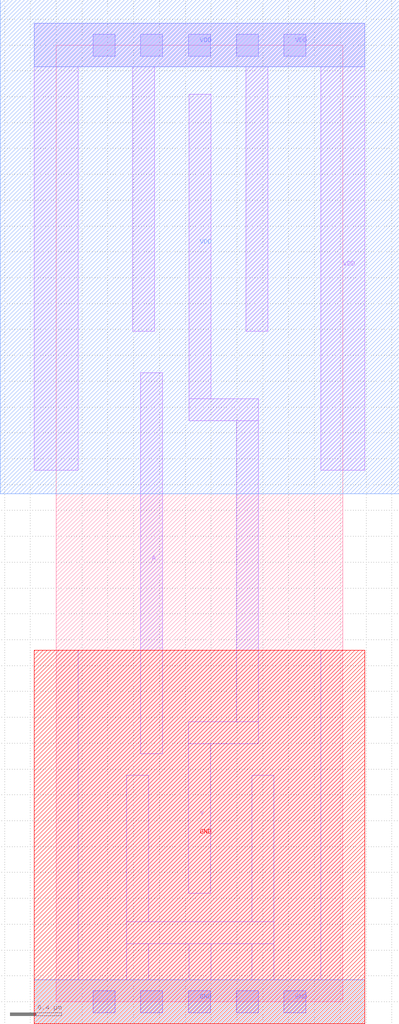
<source format=lef>
VERSION 5.7 ;
  NOWIREEXTENSIONATPIN ON ;
  DIVIDERCHAR "/" ;
  BUSBITCHARS "[]" ;
MACRO INVX1
  CLASS CORE ;
  FOREIGN INVX1 ;
  ORIGIN 0.000 0.000 ;
  SIZE 2.220 BY 7.400 ;
  SYMMETRY X Y R90 ;
  SITE unitrh ;
  PIN Y
    DIRECTION OUTPUT ;
    USE SIGNAL ;
    ANTENNADIFFAREA 0.771900 ;
    PORT
      LAYER li1 ;
        RECT 1.030 4.665 1.200 7.020 ;
        RECT 1.030 4.495 1.565 4.665 ;
        RECT 1.395 2.165 1.565 4.495 ;
        RECT 1.025 1.995 1.565 2.165 ;
        RECT 1.025 0.840 1.195 1.995 ;
    END
  END Y
  PIN A
    DIRECTION INPUT ;
    USE SIGNAL ;
    ANTENNAGATEAREA 1.027250 ;
    PORT
      LAYER li1 ;
        RECT 0.655 1.920 0.825 4.865 ;
    END
  END A
  PIN VDD
    DIRECTION INOUT ;
    USE POWER ;
    SHAPE ABUTMENT ;
    PORT
      LAYER nwell ;
        RECT -0.435 3.930 2.655 7.750 ;
      LAYER li1 ;
        RECT -0.170 7.230 2.390 7.570 ;
        RECT -0.170 4.110 0.170 7.230 ;
        RECT 0.590 5.185 0.760 7.230 ;
        RECT 1.470 5.185 1.640 7.230 ;
        RECT 2.050 4.110 2.390 7.230 ;
      LAYER mcon ;
        RECT 0.285 7.315 0.455 7.485 ;
        RECT 0.655 7.315 0.825 7.485 ;
        RECT 1.025 7.315 1.195 7.485 ;
        RECT 1.395 7.315 1.565 7.485 ;
        RECT 1.765 7.315 1.935 7.485 ;
      LAYER met1 ;
        RECT -0.170 7.230 2.390 7.570 ;
    END
  END VDD
  PIN GND
    DIRECTION INOUT ;
    USE GROUND ;
    SHAPE ABUTMENT ;
    PORT
      LAYER pwell ;
        RECT -0.170 -0.170 2.390 2.720 ;
      LAYER li1 ;
        RECT -0.170 0.170 0.170 2.720 ;
        RECT 0.545 0.620 0.715 1.750 ;
        RECT 1.515 0.620 1.685 1.750 ;
        RECT 0.545 0.450 1.685 0.620 ;
        RECT 0.545 0.170 0.715 0.450 ;
        RECT 1.030 0.170 1.200 0.450 ;
        RECT 1.515 0.170 1.685 0.450 ;
        RECT 2.050 0.170 2.390 2.720 ;
        RECT -0.170 -0.170 2.390 0.170 ;
      LAYER mcon ;
        RECT 0.285 -0.085 0.455 0.085 ;
        RECT 0.655 -0.085 0.825 0.085 ;
        RECT 1.025 -0.085 1.195 0.085 ;
        RECT 1.395 -0.085 1.565 0.085 ;
        RECT 1.765 -0.085 1.935 0.085 ;
      LAYER met1 ;
        RECT -0.170 -0.170 2.390 0.170 ;
    END
  END GND
END INVX1
END LIBRARY


</source>
